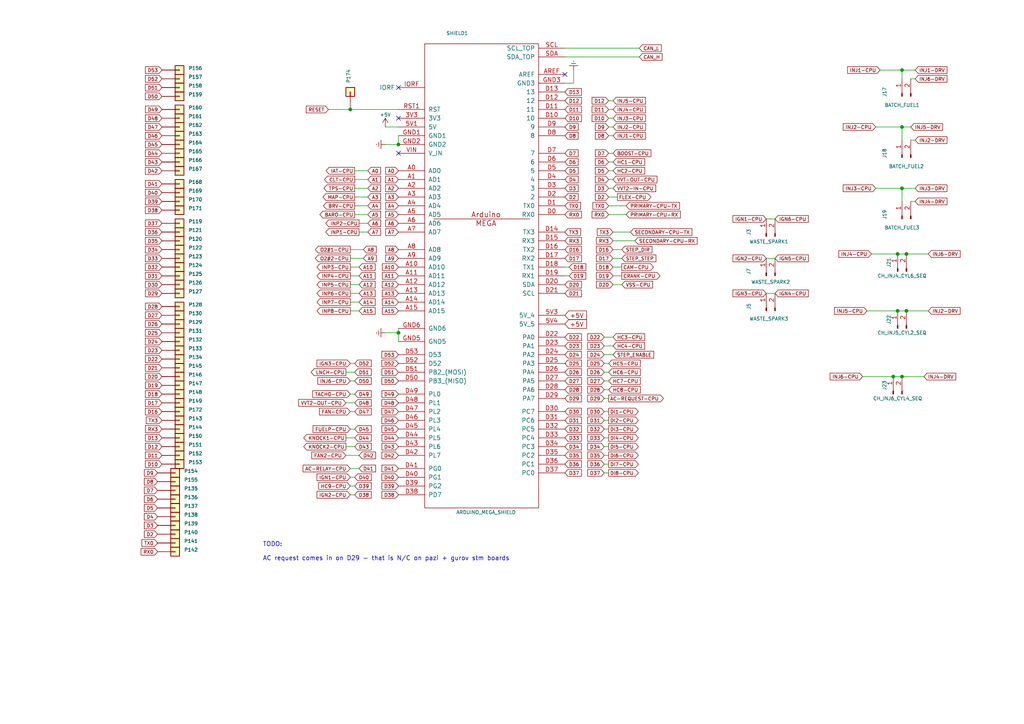
<source format=kicad_sch>
(kicad_sch (version 20231120) (generator "eeschema") (generator_version "8.0")
  (paper "A4")
  (junction (at 262.89 73.66))
  (junction (at 260.35 73.66))
  (junction (at 115.57 96.52))
  (junction (at 261.62 54.61))
  (junction (at 101.6 31.75))
  (junction (at 261.62 36.83))
  (junction (at 115.57 41.91))
  (junction (at 259.08 109.22))
  (junction (at 261.62 109.22))
  (junction (at 261.62 20.32))
  (junction (at 262.89 90.17))
  (junction (at 260.35 90.17))
  (no_connect (at 115.57 44.45))
  (no_connect (at 163.83 21.59))
  (no_connect (at 115.57 25.4))
  (no_connect (at 115.57 34.29))
  (wire (pts (xy 95.25 31.75) (xy 101.6 31.75)))
  (wire (pts (xy 102.87 59.69) (xy 106.68 59.69)))
  (wire (pts (xy 163.83 13.97) (xy 185.42 13.97)))
  (wire (pts (xy 100.33 132.08) (xy 104.14 132.08)))
  (wire (pts (xy 254 36.83) (xy 261.62 36.83)))
  (wire (pts (xy 180.34 74.93) (xy 177.8 74.93)))
  (wire (pts (xy 106.68 67.31) (xy 104.14 67.31)))
  (wire (pts (xy 180.34 77.47) (xy 177.8 77.47)))
  (wire (pts (xy 102.87 54.61) (xy 106.68 54.61)))
  (wire (pts (xy 176.53 62.23) (xy 181.61 62.23)))
  (wire (pts (xy 261.62 109.22) (xy 267.97 109.22)))
  (wire (pts (xy 115.57 95.25) (xy 115.57 96.52)))
  (wire (pts (xy 115.57 41.91) (xy 111.76 41.91)))
  (wire (pts (xy 222.25 85.09) (xy 224.79 85.09)))
  (wire (pts (xy 261.62 20.32) (xy 265.43 20.32)))
  (wire (pts (xy 100.33 116.84) (xy 102.87 116.84)))
  (wire (pts (xy 261.62 54.61) (xy 261.62 58.42)))
  (wire (pts (xy 261.62 36.83) (xy 261.62 40.64)))
  (wire (pts (xy 175.26 100.33) (xy 177.8 100.33)))
  (wire (pts (xy 101.6 105.41) (xy 102.87 105.41)))
  (wire (pts (xy 106.68 64.77) (xy 104.14 64.77)))
  (wire (pts (xy 261.62 36.83) (xy 264.16 36.83)))
  (wire (pts (xy 177.8 44.45) (xy 176.53 44.45)))
  (wire (pts (xy 101.6 31.75) (xy 115.57 31.75)))
  (wire (pts (xy 176.53 129.54) (xy 175.26 129.54)))
  (wire (pts (xy 176.53 115.57) (xy 175.26 115.57)))
  (wire (pts (xy 101.6 72.39) (xy 105.41 72.39)))
  (wire (pts (xy 176.53 119.38) (xy 175.26 119.38)))
  (wire (pts (xy 176.53 127) (xy 175.26 127)))
  (wire (pts (xy 100.33 127) (xy 102.87 127)))
  (wire (pts (xy 166.37 24.13) (xy 166.37 20.32)))
  (wire (pts (xy 104.14 77.47) (xy 101.6 77.47)))
  (wire (pts (xy 255.27 20.32) (xy 261.62 20.32)))
  (wire (pts (xy 222.25 74.93) (xy 224.79 74.93)))
  (wire (pts (xy 179.07 57.15) (xy 176.53 57.15)))
  (wire (pts (xy 102.87 57.15) (xy 106.68 57.15)))
  (wire (pts (xy 254 54.61) (xy 261.62 54.61)))
  (wire (pts (xy 262.89 90.17) (xy 269.24 90.17)))
  (wire (pts (xy 177.8 102.87) (xy 175.26 102.87)))
  (wire (pts (xy 251.46 90.17) (xy 260.35 90.17)))
  (wire (pts (xy 102.87 107.95) (xy 100.33 107.95)))
  (wire (pts (xy 175.26 105.41) (xy 176.53 105.41)))
  (wire (pts (xy 180.34 72.39) (xy 177.8 72.39)))
  (wire (pts (xy 182.88 67.31) (xy 177.8 67.31)))
  (wire (pts (xy 177.8 39.37) (xy 176.53 39.37)))
  (wire (pts (xy 100.33 129.54) (xy 102.87 129.54)))
  (wire (pts (xy 104.14 90.17) (xy 101.6 90.17)))
  (wire (pts (xy 163.83 24.13) (xy 166.37 24.13)))
  (wire (pts (xy 176.53 134.62) (xy 175.26 134.62)))
  (wire (pts (xy 163.83 16.51) (xy 185.42 16.51)))
  (wire (pts (xy 104.14 80.01) (xy 101.6 80.01)))
  (wire (pts (xy 163.83 77.47) (xy 165.1 77.47)))
  (wire (pts (xy 104.14 82.55) (xy 101.6 82.55)))
  (wire (pts (xy 101.6 143.51) (xy 102.87 143.51)))
  (wire (pts (xy 176.53 46.99) (xy 177.8 46.99)))
  (wire (pts (xy 176.53 52.07) (xy 177.8 52.07)))
  (wire (pts (xy 259.08 109.22) (xy 261.62 109.22)))
  (wire (pts (xy 264.16 22.86) (xy 265.43 22.86)))
  (wire (pts (xy 104.14 135.89) (xy 101.6 135.89)))
  (wire (pts (xy 175.26 110.49) (xy 176.53 110.49)))
  (wire (pts (xy 176.53 121.92) (xy 175.26 121.92)))
  (wire (pts (xy 176.53 137.16) (xy 175.26 137.16)))
  (wire (pts (xy 101.6 114.3) (xy 102.87 114.3)))
  (wire (pts (xy 180.34 82.55) (xy 177.8 82.55)))
  (wire (pts (xy 111.76 36.83) (xy 115.57 36.83)))
  (wire (pts (xy 165.1 80.01) (xy 163.83 80.01)))
  (wire (pts (xy 102.87 49.53) (xy 106.68 49.53)))
  (wire (pts (xy 101.6 74.93) (xy 105.41 74.93)))
  (wire (pts (xy 102.87 62.23) (xy 106.68 62.23)))
  (wire (pts (xy 102.87 52.07) (xy 106.68 52.07)))
  (wire (pts (xy 115.57 99.06) (xy 115.57 96.52)))
  (wire (pts (xy 175.26 113.03) (xy 176.53 113.03)))
  (wire (pts (xy 101.6 124.46) (xy 102.87 124.46)))
  (wire (pts (xy 250.19 109.22) (xy 259.08 109.22)))
  (wire (pts (xy 176.53 49.53) (xy 177.8 49.53)))
  (wire (pts (xy 101.6 138.43) (xy 102.87 138.43)))
  (wire (pts (xy 252.73 73.66) (xy 260.35 73.66)))
  (wire (pts (xy 177.8 34.29) (xy 176.53 34.29)))
  (wire (pts (xy 115.57 39.37) (xy 115.57 41.91)))
  (wire (pts (xy 104.14 87.63) (xy 101.6 87.63)))
  (wire (pts (xy 261.62 20.32) (xy 261.62 22.86)))
  (wire (pts (xy 261.62 54.61) (xy 265.43 54.61)))
  (wire (pts (xy 262.89 73.66) (xy 269.24 73.66)))
  (wire (pts (xy 177.8 54.61) (xy 176.53 54.61)))
  (wire (pts (xy 176.53 59.69) (xy 181.61 59.69)))
  (wire (pts (xy 260.35 90.17) (xy 262.89 90.17)))
  (wire (pts (xy 176.53 132.08) (xy 175.26 132.08)))
  (wire (pts (xy 180.34 80.01) (xy 177.8 80.01)))
  (wire (pts (xy 104.14 85.09) (xy 101.6 85.09)))
  (wire (pts (xy 102.87 140.97) (xy 101.6 140.97)))
  (wire (pts (xy 101.6 110.49) (xy 102.87 110.49)))
  (wire (pts (xy 177.8 69.85) (xy 184.15 69.85)))
  (wire (pts (xy 264.16 58.42) (xy 265.43 58.42)))
  (wire (pts (xy 175.26 107.95) (xy 176.53 107.95)))
  (wire (pts (xy 115.57 96.52) (xy 111.76 96.52)))
  (wire (pts (xy 264.16 40.64) (xy 265.43 40.64)))
  (wire (pts (xy 177.8 31.75) (xy 176.53 31.75)))
  (wire (pts (xy 177.8 36.83) (xy 176.53 36.83)))
  (wire (pts (xy 101.6 119.38) (xy 102.87 119.38)))
  (wire (pts (xy 177.8 29.21) (xy 176.53 29.21)))
  (wire (pts (xy 176.53 124.46) (xy 175.26 124.46)))
  (wire (pts (xy 175.26 97.79) (xy 177.8 97.79)))
  (wire (pts (xy 222.25 63.5) (xy 224.79 63.5)))
  (wire (pts (xy 260.35 73.66) (xy 262.89 73.66)))
  (text "TODO:\n\nAC request comes in on D29 - that is N/C on pazi + gurov stm boards" (at 76.2 160.02 0) (effects (font (size 1.27 1.27)) (justify left)))
  (global_label "INJ6-CPU" (shape input) (at 101.6 110.49 180) (effects (font (size 1 1))) (property "Intersheetrefs" "${INTERSHEET_REFS}" (effects (hide yes))))
  (global_label "D33" (shape input) (at 175.26 127 180) (effects (font (size 1 1))) (property "Intersheetrefs" "${INTERSHEET_REFS}" (effects (hide yes))))
  (global_label "A0" (shape input) (at 106.68 49.53 0) (effects (font (size 1 1))) (property "Intersheetrefs" "${INTERSHEET_REFS}" (effects (hide yes))))
  (global_label "D20" (shape input) (at 163.83 82.55 0) (effects (font (size 1 1))) (property "Intersheetrefs" "${INTERSHEET_REFS}" (effects (hide yes))))
  (global_label "INP3-CPU" (shape output) (at 101.6 77.47 180) (effects (font (size 1 1))) (property "Intersheetrefs" "${INTERSHEET_REFS}" (effects (hide yes))))
  (global_label "O2#1-CPU" (shape output) (at 101.6 72.39 180) (effects (font (size 1 1))) (property "Intersheetrefs" "${INTERSHEET_REFS}" (effects (hide yes))))
  (global_label "D22" (shape input) (at 46.99 104.14 180) (effects (font (size 1 1))) (property "Intersheetrefs" "${INTERSHEET_REFS}" (effects (hide yes))))
  (global_label "D8" (shape input) (at 163.83 39.37 0) (effects (font (size 1 1))) (property "Intersheetrefs" "${INTERSHEET_REFS}" (effects (hide yes))))
  (global_label "D33" (shape input) (at 163.83 127 0) (effects (font (size 1 1))) (property "Intersheetrefs" "${INTERSHEET_REFS}" (effects (hide yes))))
  (global_label "IAT-CPU" (shape output) (at 102.87 49.53 180) (effects (font (size 1 1))) (property "Intersheetrefs" "${INTERSHEET_REFS}" (effects (hide yes))))
  (global_label "INJ1-DRV" (shape input) (at 265.43 20.32 0) (effects (font (size 1 1))) (property "Intersheetrefs" "${INTERSHEET_REFS}" (effects (hide yes))))
  (global_label "INJ6-CPU" (shape input) (at 250.19 109.22 180) (effects (font (size 1 1))) (property "Intersheetrefs" "${INTERSHEET_REFS}" (effects (hide yes))))
  (global_label "D2" (shape input) (at 45.72 154.94 180) (effects (font (size 1 1))) (property "Intersheetrefs" "${INTERSHEET_REFS}" (effects (hide yes))))
  (global_label "DI6-CPU" (shape output) (at 176.53 132.08 0) (effects (font (size 1 1))) (property "Intersheetrefs" "${INTERSHEET_REFS}" (effects (hide yes))))
  (global_label "INJ2-DRV" (shape input) (at 269.24 90.17 0) (effects (font (size 1 1))) (property "Intersheetrefs" "${INTERSHEET_REFS}" (effects (hide yes))))
  (global_label "CLT-CPU" (shape output) (at 102.87 52.07 180) (effects (font (size 1 1))) (property "Intersheetrefs" "${INTERSHEET_REFS}" (effects (hide yes))))
  (global_label "A5" (shape input) (at 106.68 62.23 0) (effects (font (size 1 1))) (property "Intersheetrefs" "${INTERSHEET_REFS}" (effects (hide yes))))
  (global_label "D4" (shape input) (at 163.83 52.07 0) (effects (font (size 1 1))) (property "Intersheetrefs" "${INTERSHEET_REFS}" (effects (hide yes))))
  (global_label "D53" (shape input) (at 46.99 20.32 180) (effects (font (size 1 1))) (property "Intersheetrefs" "${INTERSHEET_REFS}" (effects (hide yes))))
  (global_label "D9" (shape input) (at 176.53 36.83 180) (effects (font (size 1 1))) (property "Intersheetrefs" "${INTERSHEET_REFS}" (effects (hide yes))))
  (global_label "D43" (shape input) (at 102.87 129.54 0) (effects (font (size 1 1))) (property "Intersheetrefs" "${INTERSHEET_REFS}" (effects (hide yes))))
  (global_label "D26" (shape input) (at 163.83 107.95 0) (effects (font (size 1 1))) (property "Intersheetrefs" "${INTERSHEET_REFS}" (effects (hide yes))))
  (global_label "D25" (shape input) (at 163.83 105.41 0) (effects (font (size 1 1))) (property "Intersheetrefs" "${INTERSHEET_REFS}" (effects (hide yes))))
  (global_label "D27" (shape input) (at 163.83 110.49 0) (effects (font (size 1 1))) (property "Intersheetrefs" "${INTERSHEET_REFS}" (effects (hide yes))))
  (global_label "D36" (shape input) (at 175.26 134.62 180) (effects (font (size 1 1))) (property "Intersheetrefs" "${INTERSHEET_REFS}" (effects (hide yes))))
  (global_label "VVT2-OUT-CPU" (shape input) (at 100.33 116.84 180) (effects (font (size 1 1))) (property "Intersheetrefs" "${INTERSHEET_REFS}" (effects (hide yes))))
  (global_label "D22" (shape input) (at 175.26 97.79 180) (effects (font (size 1 1))) (property "Intersheetrefs" "${INTERSHEET_REFS}" (effects (hide yes))))
  (global_label "CAN_L" (shape input) (at 185.42 13.97 0) (effects (font (size 1 1))) (property "Intersheetrefs" "${INTERSHEET_REFS}" (effects (hide yes))))
  (global_label "D42" (shape input) (at 46.99 49.53 180) (effects (font (size 1 1))) (property "Intersheetrefs" "${INTERSHEET_REFS}" (effects (hide yes))))
  (global_label "D38" (shape input) (at 46.99 60.96 180) (effects (font (size 1 1))) (property "Intersheetrefs" "${INTERSHEET_REFS}" (effects (hide yes))))
  (global_label "D37" (shape input) (at 163.83 137.16 0) (effects (font (size 1 1))) (property "Intersheetrefs" "${INTERSHEET_REFS}" (effects (hide yes))))
  (global_label "DI8-CPU" (shape output) (at 176.53 137.16 0) (effects (font (size 1 1))) (property "Intersheetrefs" "${INTERSHEET_REFS}" (effects (hide yes))))
  (global_label "D35" (shape input) (at 175.26 132.08 180) (effects (font (size 1 1))) (property "Intersheetrefs" "${INTERSHEET_REFS}" (effects (hide yes))))
  (global_label "INJ3-CPU" (shape input) (at 254 54.61 180) (effects (font (size 1 1))) (property "Intersheetrefs" "${INTERSHEET_REFS}" (effects (hide yes))))
  (global_label "HC2-CPU" (shape input) (at 177.8 49.53 0) (effects (font (size 1 1))) (property "Intersheetrefs" "${INTERSHEET_REFS}" (effects (hide yes))))
  (global_label "D34" (shape input) (at 163.83 129.54 0) (effects (font (size 1 1))) (property "Intersheetrefs" "${INTERSHEET_REFS}" (effects (hide yes))))
  (global_label "D31" (shape input) (at 175.26 121.92 180) (effects (font (size 1 1))) (property "Intersheetrefs" "${INTERSHEET_REFS}" (effects (hide yes))))
  (global_label "A4" (shape input) (at 115.57 59.69 180) (effects (font (size 1 1))) (property "Intersheetrefs" "${INTERSHEET_REFS}" (effects (hide yes))))
  (global_label "CAN_H" (shape input) (at 185.42 16.51 0) (effects (font (size 1 1))) (property "Intersheetrefs" "${INTERSHEET_REFS}" (effects (hide yes))))
  (global_label "D44" (shape input) (at 46.99 44.45 180) (effects (font (size 1 1))) (property "Intersheetrefs" "${INTERSHEET_REFS}" (effects (hide yes))))
  (global_label "D18" (shape input) (at 177.8 77.47 180) (effects (font (size 1 1))) (property "Intersheetrefs" "${INTERSHEET_REFS}" (effects (hide yes))))
  (global_label "D11" (shape input) (at 163.83 31.75 0) (effects (font (size 1 1))) (property "Intersheetrefs" "${INTERSHEET_REFS}" (effects (hide yes))))
  (global_label "PRIMARY-CPU-RX" (shape input) (at 181.61 62.23 0) (effects (font (size 1 1))) (property "Intersheetrefs" "${INTERSHEET_REFS}" (effects (hide yes))))
  (global_label "A9" (shape input) (at 105.41 74.93 0) (effects (font (size 1 1))) (property "Intersheetrefs" "${INTERSHEET_REFS}" (effects (hide yes))))
  (global_label "D13" (shape input) (at 163.83 26.67 0) (effects (font (size 1 1))) (property "Intersheetrefs" "${INTERSHEET_REFS}" (effects (hide yes))))
  (global_label "INJ6-DRV" (shape input) (at 265.43 22.86 0) (effects (font (size 1 1))) (property "Intersheetrefs" "${INTERSHEET_REFS}" (effects (hide yes))))
  (global_label "D8" (shape input) (at 45.72 139.7 180) (effects (font (size 1 1))) (property "Intersheetrefs" "${INTERSHEET_REFS}" (effects (hide yes))))
  (global_label "D43" (shape input) (at 46.99 46.99 180) (effects (font (size 1 1))) (property "Intersheetrefs" "${INTERSHEET_REFS}" (effects (hide yes))))
  (global_label "D49" (shape input) (at 115.57 114.3 180) (effects (font (size 1 1))) (property "Intersheetrefs" "${INTERSHEET_REFS}" (effects (hide yes))))
  (global_label "D35" (shape input) (at 163.83 132.08 0) (effects (font (size 1 1))) (property "Intersheetrefs" "${INTERSHEET_REFS}" (effects (hide yes))))
  (global_label "D16" (shape input) (at 163.83 72.39 0) (effects (font (size 1 1))) (property "Intersheetrefs" "${INTERSHEET_REFS}" (effects (hide yes))))
  (global_label "D34" (shape input) (at 46.99 72.39 180) (effects (font (size 1 1))) (property "Intersheetrefs" "${INTERSHEET_REFS}" (effects (hide yes))))
  (global_label "D16" (shape input) (at 177.8 72.39 180) (effects (font (size 1 1))) (property "Intersheetrefs" "${INTERSHEET_REFS}" (effects (hide yes))))
  (global_label "D26" (shape input) (at 175.26 107.95 180) (effects (font (size 1 1))) (property "Intersheetrefs" "${INTERSHEET_REFS}" (effects (hide yes))))
  (global_label "D46" (shape input) (at 115.57 121.92 180) (effects (font (size 1 1))) (property "Intersheetrefs" "${INTERSHEET_REFS}" (effects (hide yes))))
  (global_label "+5V" (shape input) (at 163.83 93.98 0) (property "Intersheetrefs" "${INTERSHEET_REFS}" (effects (hide yes))))
  (global_label "D52" (shape input) (at 115.57 105.41 180) (effects (font (size 1 1))) (property "Intersheetrefs" "${INTERSHEET_REFS}" (effects (hide yes))))
  (global_label "D12" (shape input) (at 46.99 129.54 180) (effects (font (size 1 1))) (property "Intersheetrefs" "${INTERSHEET_REFS}" (effects (hide yes))))
  (global_label "BARO-CPU" (shape output) (at 102.87 62.23 180) (effects (font (size 1 1))) (property "Intersheetrefs" "${INTERSHEET_REFS}" (effects (hide yes))))
  (global_label "A7" (shape input) (at 115.57 67.31 180) (effects (font (size 1 1))) (property "Intersheetrefs" "${INTERSHEET_REFS}" (effects (hide yes))))
  (global_label "D12" (shape input) (at 176.53 29.21 180) (effects (font (size 1 1))) (property "Intersheetrefs" "${INTERSHEET_REFS}" (effects (hide yes))))
  (global_label "FAN-CPU" (shape input) (at 101.6 119.38 180) (effects (font (size 1 1))) (property "Intersheetrefs" "${INTERSHEET_REFS}" (effects (hide yes))))
  (global_label "INJ3-DRV" (shape input) (at 265.43 54.61 0) (effects (font (size 1 1))) (property "Intersheetrefs" "${INTERSHEET_REFS}" (effects (hide yes))))
  (global_label "O2#2-CPU" (shape output) (at 101.6 74.93 180) (effects (font (size 1 1))) (property "Intersheetrefs" "${INTERSHEET_REFS}" (effects (hide yes))))
  (global_label "+5V" (shape input) (at 163.83 91.44 0) (property "Intersheetrefs" "${INTERSHEET_REFS}" (effects (hide yes))))
  (global_label "D6" (shape input) (at 163.83 46.99 0) (effects (font (size 1 1))) (property "Intersheetrefs" "${INTERSHEET_REFS}" (effects (hide yes))))
  (global_label "A4" (shape input) (at 106.68 59.69 0) (effects (font (size 1 1))) (property "Intersheetrefs" "${INTERSHEET_REFS}" (effects (hide yes))))
  (global_label "INJ4-CPU" (shape input) (at 177.8 31.75 0) (effects (font (size 1 1))) (property "Intersheetrefs" "${INTERSHEET_REFS}" (effects (hide yes))))
  (global_label "TPS-CPU" (shape output) (at 102.87 54.61 180) (effects (font (size 1 1))) (property "Intersheetrefs" "${INTERSHEET_REFS}" (effects (hide yes))))
  (global_label "A11" (shape input) (at 104.14 80.01 0) (effects (font (size 1 1))) (property "Intersheetrefs" "${INTERSHEET_REFS}" (effects (hide yes))))
  (global_label "A14" (shape input) (at 104.14 87.63 0) (effects (font (size 1 1))) (property "Intersheetrefs" "${INTERSHEET_REFS}" (effects (hide yes))))
  (global_label "D32" (shape input) (at 175.26 124.46 180) (effects (font (size 1 1))) (property "Intersheetrefs" "${INTERSHEET_REFS}" (effects (hide yes))))
  (global_label "D13" (shape input) (at 46.99 127 180) (effects (font (size 1 1))) (property "Intersheetrefs" "${INTERSHEET_REFS}" (effects (hide yes))))
  (global_label "VVT-OUT-CPU" (shape input) (at 177.8 52.07 0) (effects (font (size 1 1))) (property "Intersheetrefs" "${INTERSHEET_REFS}" (effects (hide yes))))
  (global_label "TX0" (shape input) (at 45.72 157.48 180) (effects (font (size 1 1))) (property "Intersheetrefs" "${INTERSHEET_REFS}" (effects (hide yes))))
  (global_label "AC-RELAY-CPU" (shape input) (at 101.6 135.89 180) (effects (font (size 1 1))) (property "Intersheetrefs" "${INTERSHEET_REFS}" (effects (hide yes))))
  (global_label "D18" (shape input) (at 46.99 114.3 180) (effects (font (size 1 1))) (property "Intersheetrefs" "${INTERSHEET_REFS}" (effects (hide yes))))
  (global_label "D29" (shape input) (at 175.26 115.57 180) (effects (font (size 1 1))) (property "Intersheetrefs" "${INTERSHEET_REFS}" (effects (hide yes))))
  (global_label "RESET" (shape input) (at 95.25 31.75 180) (effects (font (size 1 1))) (property "Intersheetrefs" "${INTERSHEET_REFS}" (effects (hide yes))))
  (global_label "PRIMARY-CPU-TX" (shape input) (at 181.61 59.69 0) (effects (font (size 1 1))) (property "Intersheetrefs" "${INTERSHEET_REFS}" (effects (hide yes))))
  (global_label "D20" (shape input) (at 177.8 82.55 180) (effects (font (size 1 1))) (property "Intersheetrefs" "${INTERSHEET_REFS}" (effects (hide yes))))
  (global_label "A6" (shape input) (at 106.68 64.77 0) (effects (font (size 1 1))) (property "Intersheetrefs" "${INTERSHEET_REFS}" (effects (hide yes))))
  (global_label "A5" (shape input) (at 115.57 62.23 180) (effects (font (size 1 1))) (property "Intersheetrefs" "${INTERSHEET_REFS}" (effects (hide yes))))
  (global_label "D44" (shape input) (at 102.87 127 0) (effects (font (size 1 1))) (property "Intersheetrefs" "${INTERSHEET_REFS}" (effects (hide yes))))
  (global_label "D30" (shape input) (at 46.99 82.55 180) (effects (font (size 1 1))) (property "Intersheetrefs" "${INTERSHEET_REFS}" (effects (hide yes))))
  (global_label "D28" (shape input) (at 175.26 113.03 180) (effects (font (size 1 1))) (property "Intersheetrefs" "${INTERSHEET_REFS}" (effects (hide yes))))
  (global_label "D40" (shape input) (at 46.99 55.88 180) (effects (font (size 1 1))) (property "Intersheetrefs" "${INTERSHEET_REFS}" (effects (hide yes))))
  (global_label "A2" (shape input) (at 106.68 54.61 0) (effects (font (size 1 1))) (property "Intersheetrefs" "${INTERSHEET_REFS}" (effects (hide yes))))
  (global_label "A6" (shape input) (at 115.57 64.77 180) (effects (font (size 1 1))) (property "Intersheetrefs" "${INTERSHEET_REFS}" (effects (hide yes))))
  (global_label "D48" (shape input) (at 46.99 34.29 180) (effects (font (size 1 1))) (property "Intersheetrefs" "${INTERSHEET_REFS}" (effects (hide yes))))
  (global_label "RX0" (shape input) (at 176.53 62.23 180) (effects (font (size 1 1))) (property "Intersheetrefs" "${INTERSHEET_REFS}" (effects (hide yes))))
  (global_label "FAN2-CPU" (shape input) (at 100.33 132.08 180) (effects (font (size 1 1))) (property "Intersheetrefs" "${INTERSHEET_REFS}" (effects (hide yes))))
  (global_label "INJ5-CPU" (shape input) (at 177.8 29.21 0) (effects (font (size 1 1))) (property "Intersheetrefs" "${INTERSHEET_REFS}" (effects (hide yes))))
  (global_label "D9" (shape input) (at 163.83 36.83 0) (effects (font (size 1 1))) (property "Intersheetrefs" "${INTERSHEET_REFS}" (effects (hide yes))))
  (global_label "D37" (shape input) (at 46.99 64.77 180) (effects (font (size 1 1))) (property "Intersheetrefs" "${INTERSHEET_REFS}" (effects (hide yes))))
  (global_label "D4" (shape input) (at 176.53 52.07 180) (effects (font (size 1 1))) (property "Intersheetrefs" "${INTERSHEET_REFS}" (effects (hide yes))))
  (global_label "D53" (shape input) (at 115.57 102.87 180) (effects (font (size 1 1))) (property "Intersheetrefs" "${INTERSHEET_REFS}" (effects (hide yes))))
  (global_label "D7" (shape input) (at 45.72 142.24 180) (effects (font (size 1 1))) (property "Intersheetrefs" "${INTERSHEET_REFS}" (effects (hide yes))))
  (global_label "D12" (shape input) (at 163.83 29.21 0) (effects (font (size 1 1))) (property "Intersheetrefs" "${INTERSHEET_REFS}" (effects (hide yes))))
  (global_label "A0" (shape input) (at 115.57 49.53 180) (effects (font (size 1 1))) (property "Intersheetrefs" "${INTERSHEET_REFS}" (effects (hide yes))))
  (global_label "D27" (shape input) (at 175.26 110.49 180) (effects (font (size 1 1))) (property "Intersheetrefs" "${INTERSHEET_REFS}" (effects (hide yes))))
  (global_label "D51" (shape input) (at 46.99 25.4 180) (effects (font (size 1 1))) (property "Intersheetrefs" "${INTERSHEET_REFS}" (effects (hide yes))))
  (global_label "DI3-CPU" (shape output) (at 176.53 124.46 0) (effects (font (size 1 1))) (property "Intersheetrefs" "${INTERSHEET_REFS}" (effects (hide yes))))
  (global_label "D5" (shape input) (at 163.83 49.53 0) (effects (font (size 1 1))) (property "Intersheetrefs" "${INTERSHEET_REFS}" (effects (hide yes))))
  (global_label "D16" (shape input) (at 46.99 119.38 180) (effects (font (size 1 1))) (property "Intersheetrefs" "${INTERSHEET_REFS}" (effects (hide yes))))
  (global_label "D17" (shape input) (at 177.8 74.93 180) (effects (font (size 1 1))) (property "Intersheetrefs" "${INTERSHEET_REFS}" (effects (hide yes))))
  (global_label "D39" (shape input) (at 115.57 140.97 180) (effects (font (size 1 1))) (property "Intersheetrefs" "${INTERSHEET_REFS}" (effects (hide yes))))
  (global_label "HC5-CPU" (shape input) (at 176.53 105.41 0) (effects (font (size 1 1))) (property "Intersheetrefs" "${INTERSHEET_REFS}" (effects (hide yes))))
  (global_label "LNCH-CPU" (shape output) (at 100.33 107.95 180) (effects (font (size 1 1))) (property "Intersheetrefs" "${INTERSHEET_REFS}" (effects (hide yes))))
  (global_label "A12" (shape input) (at 115.57 82.55 180) (effects (font (size 1 1))) (property "Intersheetrefs" "${INTERSHEET_REFS}" (effects (hide yes))))
  (global_label "TX3" (shape input) (at 163.83 67.31 0) (effects (font (size 1 1))) (property "Intersheetrefs" "${INTERSHEET_REFS}" (effects (hide yes))))
  (global_label "D46" (shape input) (at 46.99 39.37 180) (effects (font (size 1 1))) (property "Intersheetrefs" "${INTERSHEET_REFS}" (effects (hide yes))))
  (global_label "RX3" (shape input) (at 46.99 124.46 180) (effects (font (size 1 1))) (property "Intersheetrefs" "${INTERSHEET_REFS}" (effects (hide yes))))
  (global_label "D24" (shape input) (at 46.99 99.06 180) (effects (font (size 1 1))) (property "Intersheetrefs" "${INTERSHEET_REFS}" (effects (hide yes))))
  (global_label "FLEX-CPU" (shape output) (at 179.07 57.15 0) (effects (font (size 1 1))) (property "Intersheetrefs" "${INTERSHEET_REFS}" (effects (hide yes))))
  (global_label "D21" (shape input) (at 46.99 106.68 180) (effects (font (size 1 1))) (property "Intersheetrefs" "${INTERSHEET_REFS}" (effects (hide yes))))
  (global_label "D42" (shape input) (at 115.57 132.08 180) (effects (font (size 1 1))) (property "Intersheetrefs" "${INTERSHEET_REFS}" (effects (hide yes))))
  (global_label "D24" (shape input) (at 163.83 102.87 0) (effects (font (size 1 1))) (property "Intersheetrefs" "${INTERSHEET_REFS}" (effects (hide yes))))
  (global_label "D38" (shape input) (at 115.57 143.51 180) (effects (font (size 1 1))) (property "Intersheetrefs" "${INTERSHEET_REFS}" (effects (hide yes))))
  (global_label "D20" (shape input) (at 46.99 109.22 180) (effects (font (size 1 1))) (property "Intersheetrefs" "${INTERSHEET_REFS}" (effects (hide yes))))
  (global_label "BOOST-CPU" (shape input) (at 177.8 44.45 0) (effects (font (size 1 1))) (property "Intersheetrefs" "${INTERSHEET_REFS}" (effects (hide yes))))
  (global_label "D3" (shape input) (at 163.83 54.61 0) (effects (font (size 1 1))) (property "Intersheetrefs" "${INTERSHEET_REFS}" (effects (hide yes))))
  (global_label "INP6-CPU" (shape output) (at 101.6 85.09 180) (effects (font (size 1 1))) (property "Intersheetrefs" "${INTERSHEET_REFS}" (effects (hide yes))))
  (global_label "D21" (shape input) (at 163.83 85.09 0) (effects (font (size 1 1))) (property "Intersheetrefs" "${INTERSHEET_REFS}" (effects (hide yes))))
  (global_label "D41" (shape input) (at 46.99 53.34 180) (effects (font (size 1 1))) (property "Intersheetrefs" "${INTERSHEET_REFS}" (effects (hide yes))))
  (global_label "IGN4-CPU" (shape input) (at 224.79 85.09 0) (effects (font (size 1 1))) (property "Intersheetrefs" "${INTERSHEET_REFS}" (effects (hide yes))))
  (global_label "IGN1-CPU" (shape input) (at 222.25 63.5 180) (effects (font (size 1 1))) (property "Intersheetrefs" "${INTERSHEET_REFS}" (effects (hide yes))))
  (global_label "IGN3-CPU" (shape input) (at 222.25 85.09 180) (effects (font (size 1 1))) (property "Intersheetrefs" "${INTERSHEET_REFS}" (effects (hide yes))))
  (global_label "D25" (shape input) (at 46.99 96.52 180) (effects (font (size 1 1))) (property "Intersheetrefs" "${INTERSHEET_REFS}" (effects (hide yes))))
  (global_label "VVT2-IN-CPU" (shape input) (at 177.8 54.61 0) (effects (font (size 1 1))) (property "Intersheetrefs" "${INTERSHEET_REFS}" (effects (hide yes))))
  (global_label "INJ1-CPU" (shape input) (at 255.27 20.32 180) (effects (font (size 1 1))) (property "Intersheetrefs" "${INTERSHEET_REFS}" (effects (hide yes))))
  (global_label "D9" (shape input) (at 45.72 137.16 180) (effects (font (size 1 1))) (property "Intersheetrefs" "${INTERSHEET_REFS}" (effects (hide yes))))
  (global_label "BRV-CPU" (shape output) (at 102.87 59.69 180) (effects (font (size 1 1))) (property "Intersheetrefs" "${INTERSHEET_REFS}" (effects (hide yes))))
  (global_label "INJ5-CPU" (shape input) (at 251.46 90.17 180) (effects (font (size 1 1))) (property "Intersheetrefs" "${INTERSHEET_REFS}" (effects (hide yes))))
  (global_label "D3" (shape input) (at 45.72 152.4 180) (effects (font (size 1 1))) (property "Intersheetrefs" "${INTERSHEET_REFS}" (effects (hide yes))))
  (global_label "D7" (shape input) (at 163.83 44.45 0) (effects (font (size 1 1))) (property "Intersheetrefs" "${INTERSHEET_REFS}" (effects (hide yes))))
  (global_label "D3" (shape input) (at 176.53 54.61 180) (effects (font (size 1 1))) (property "Intersheetrefs" "${INTERSHEET_REFS}" (effects (hide yes))))
  (global_label "D32" (shape input) (at 46.99 77.47 180) (effects (font (size 1 1))) (property "Intersheetrefs" "${INTERSHEET_REFS}" (effects (hide yes))))
  (global_label "DI1-CPU" (shape output) (at 176.53 119.38 0) (effects (font (size 1 1))) (property "Intersheetrefs" "${INTERSHEET_REFS}" (effects (hide yes))))
  (global_label "INJ2-CPU" (shape input) (at 254 36.83 180) (effects (font (size 1 1))) (property "Intersheetrefs" "${INTERSHEET_REFS}" (effects (hide yes))))
  (global_label "HC8-CPU" (shape input) (at 176.53 113.03 0) (effects (font (size 1 1))) (property "Intersheetrefs" "${INTERSHEET_REFS}" (effects (hide yes))))
  (global_label "INJ4-DRV" (shape input) (at 265.43 58.42 0) (effects (font (size 1 1))) (property "Intersheetrefs" "${INTERSHEET_REFS}" (effects (hide yes))))
  (global_label "INJ1-CPU" (shape input) (at 177.8 39.37 0) (effects (font (size 1 1))) (property "Intersheetrefs" "${INTERSHEET_REFS}" (effects (hide yes))))
  (global_label "KNOCK1-CPU" (shape output) (at 100.33 127 180) (effects (font (size 1 1))) (property "Intersheetrefs" "${INTERSHEET_REFS}" (effects (hide yes))))
  (global_label "D38" (shape input) (at 102.87 143.51 0) (effects (font (size 1 1))) (property "Intersheetrefs" "${INTERSHEET_REFS}" (effects (hide yes))))
  (global_label "D39" (shape input) (at 46.99 58.42 180) (effects (font (size 1 1))) (property "Intersheetrefs" "${INTERSHEET_REFS}" (effects (hide yes))))
  (global_label "VSS-CPU" (shape input) (at 180.34 82.55 0) (effects (font (size 1 1))) (property "Intersheetrefs" "${INTERSHEET_REFS}" (effects (hide yes))))
  (global_label "D52" (shape input) (at 102.87 105.41 0) (effects (font (size 1 1))) (property "Intersheetrefs" "${INTERSHEET_REFS}" (effects (hide yes))))
  (global_label "D28" (shape input) (at 163.83 113.03 0) (effects (font (size 1 1))) (property "Intersheetrefs" "${INTERSHEET_REFS}" (effects (hide yes))))
  (global_label "HC7-CPU" (shape input) (at 176.53 110.49 0) (effects (font (size 1 1))) (property "Intersheetrefs" "${INTERSHEET_REFS}" (effects (hide yes))))
  (global_label "D6" (shape input) (at 45.72 144.78 180) (effects (font (size 1 1))) (property "Intersheetrefs" "${INTERSHEET_REFS}" (effects (hide yes))))
  (global_label "D45" (shape input) (at 46.99 41.91 180) (effects (font (size 1 1))) (property "Intersheetrefs" "${INTERSHEET_REFS}" (effects (hide yes))))
  (global_label "STEP_DIR" (shape input) (at 180.34 72.39 0) (effects (font (size 1 1))) (property "Intersheetrefs" "${INTERSHEET_REFS}" (effects (hide yes))))
  (global_label "D42" (shape input) (at 104.14 132.08 0) (effects (font (size 1 1))) (property "Intersheetrefs" "${INTERSHEET_REFS}" (effects (hide yes))))
  (global_label "D11" (shape input) (at 46.99 132.08 180) (effects (font (size 1 1))) (property "Intersheetrefs" "${INTERSHEET_REFS}" (effects (hide yes))))
  (global_label "D2" (shape input) (at 163.83 57.15 0) (effects (font (size 1 1))) (property "Intersheetrefs" "${INTERSHEET_REFS}" (effects (hide yes))))
  (global_label "D51" (shape input) (at 102.87 107.95 0) (effects (font (size 1 1))) (property "Intersheetrefs" "${INTERSHEET_REFS}" (effects (hide yes))))
  (global_label "D10" (shape input) (at 163.83 34.29 0) (effects (font (size 1 1))) (property "Intersheetrefs" "${INTERSHEET_REFS}" (effects (hide yes))))
  (global_label "D47" (shape input) (at 46.99 36.83 180) (effects (font (size 1 1))) (property "Intersheetrefs" "${INTERSHEET_REFS}" (effects (hide yes))))
  (global_label "HC1-CPU" (shape input) (at 177.8 46.99 0) (effects (font (size 1 1))) (property "Intersheetrefs" "${INTERSHEET_REFS}" (effects (hide yes))))
  (global_label "IGN5-CPU" (shape input) (at 224.79 74.93 0) (effects (font (size 1 1))) (property "Intersheetrefs" "${INTERSHEET_REFS}" (effects (hide yes))))
  (global_label "HC3-CPU" (shape input) (at 177.8 97.79 0) (effects (font (size 1 1))) (property "Intersheetrefs" "${INTERSHEET_REFS}" (effects (hide yes))))
  (global_label "INP5-CPU" (shape output) (at 101.6 82.55 180) (effects (font (size 1 1))) (property "Intersheetrefs" "${INTERSHEET_REFS}" (effects (hide yes))))
  (global_label "CRANK-CPU" (shape output) (at 180.34 80.01 0) (effects (font (size 1 1))) (property "Intersheetrefs" "${INTERSHEET_REFS}" (effects (hide yes))))
  (global_label "D26" (shape input) (at 46.99 93.98 180) (effects (font (size 1 1))) (property "Intersheetrefs" "${INTERSHEET_REFS}" (effects (hide yes))))
  (global_label "D29" (shape input) (at 46.99 85.09 180) (effects (font (size 1 1))) (property "Intersheetrefs" "${INTERSHEET_REFS}" (effects (hide yes))))
  (global_label "STEP_STEP" (shape input) (at 180.34 74.93 0) (effects (font (size 1 1))) (property "Intersheetrefs" "${INTERSHEET_REFS}" (effects (hide yes))))
  (global_label "A10" (shape input) (at 115.57 77.47 180) (effects (font (size 1 1))) (property "Intersheetrefs" "${INTERSHEET_REFS}" (effects (hide yes))))
  (global_label "D4" (shape input) (at 45.72 149.86 180) (effects (font (size 1 1))) (property "Intersheetrefs" "${INTERSHEET_REFS}" (effects (hide yes))))
  (global_label "D41" (shape input) (at 115.57 135.89 180) (effects (font (size 1 1))) (property "Intersheetrefs" "${INTERSHEET_REFS}" (effects (hide yes))))
  (global_label "D8" (shape input) (at 176.53 39.37 180) (effects (font (size 1 1))) (property "Intersheetrefs" "${INTERSHEET_REFS}" (effects (hide yes))))
  (global_label "D45" (shape input) (at 102.87 124.46 0) (effects (font (size 1 1))) (property "Intersheetrefs" "${INTERSHEET_REFS}" (effects (hide yes))))
  (global_label "INJ4-CPU" (shape input) (at 252.73 73.66 180) (effects (font (size 1 1))) (property "Intersheetrefs" "${INTERSHEET_REFS}" (effects (hide yes))))
  (global_label "A15" (shape input) (at 115.57 90.17 180) (effects (font (size 1 1))) (property "Intersheetrefs" "${INTERSHEET_REFS}" (effects (hide yes))))
  (global_label "DI5-CPU" (shape output) (at 176.53 129.54 0) (effects (font (size 1 1))) (property "Intersheetrefs" "${INTERSHEET_REFS}" (effects (hide yes))))
  (global_label "DI2-CPU" (shape output) (at 176.53 121.92 0) (effects (font (size 1 1))) (property "Intersheetrefs" "${INTERSHEET_REFS}" (effects (hide yes))))
  (global_label "D45" (shape input) (at 115.57 124.46 180) (effects (font (size 1 1))) (property "Intersheetrefs" "${INTERSHEET_REFS}" (effects (hide yes))))
  (global_label "TX3" (shape input) (at 46.99 121.92 180) (effects (font (size 1 1))) (property "Intersheetrefs" "${INTERSHEET_REFS}" (effects (hide yes))))
  (global_label "CAM-CPU" (shape output) (at 180.34 77.47 0) (effects (font (size 1 1))) (property "Intersheetrefs" "${INTERSHEET_REFS}" (effects (hide yes))))
  (global_label "D27" (shape input) (at 46.99 91.44 180) (effects (font (size 1 1))) (property "Intersheetrefs" "${INTERSHEET_REFS}" (effects (hide yes))))
  (global_label "A13" (shape input) (at 115.57 85.09 180) (effects (font (size 1 1))) (property "Intersheetrefs" "${INTERSHEET_REFS}" (effects (hide yes))))
  (global_label "D47" (shape input) (at 102.87 119.38 0) (effects (font (size 1 1))) (property "Intersheetrefs" "${INTERSHEET_REFS}" (effects (hide yes))))
  (global_label "D31" (shape input) (at 46.99 80.01 180) (effects (font (size 1 1))) (property "Intersheetrefs" "${INTERSHEET_REFS}" (effects (hide yes))))
  (global_label "D2" (shape input) (at 176.53 57.15 180) (effects (font (size 1 1))) (property "Intersheetrefs" "${INTERSHEET_REFS}" (effects (hide yes))))
  (global_label "D22" (shape input) (at 163.83 97.79 0) (effects (font (size 1 1))) (property "Intersheetrefs" "${INTERSHEET_REFS}" (effects (hide yes))))
  (global_label "INJ4-DRV" (shape input) (at 267.97 109.22 0) (effects (font (size 1 1))) (property "Intersheetrefs" "${INTERSHEET_REFS}" (effects (hide yes))))
  (global_label "D5" (shape input) (at 176.53 49.53 180) (effects (font (size 1 1))) (property "Intersheetrefs" "${INTERSHEET_REFS}" (effects (hide yes))))
  (global_label "D34" (shape input) (at 175.26 129.54 180) (effects (font (size 1 1))) (property "Intersheetrefs" "${INTERSHEET_REFS}" (effects (hide yes))))
  (global_label "D17" (shape input) (at 46.99 116.84 180) (effects (font (size 1 1))) (property "Intersheetrefs" "${INTERSHEET_REFS}" (effects (hide yes))))
  (global_label "TX0" (shape input) (at 176.53 59.69 180) (effects (font (size 1 1))) (property "Intersheetrefs" "${INTERSHEET_REFS}" (effects (hide yes))))
  (global_label "RX3" (shape input) (at 177.8 69.85 180) (effects (font (size 1 1))) (property "Intersheetrefs" "${INTERSHEET_REFS}" (effects (hide yes))))
  (global_label "D5" (shape input) (at 45.72 147.32 180) (effects (font (size 1 1))) (property "Intersheetrefs" "${INTERSHEET_REFS}" (effects (hide yes))))
  (global_label "D29" (shape input) (at 163.83 115.57 0) (effects (font (size 1 1))) (property "Intersheetrefs" "${INTERSHEET_REFS}" (effects (hide yes))))
  (global_label "D39" (shape input) (at 102.87 140.97 0) (effects (font (size 1 1))) (property "Intersheetrefs" "${INTERSHEET_REFS}" (effects (hide yes))))
  (global_label "AC-REQUEST-CPU" (shape output) (at 176.53 115.57 0) (effects (font (size 1 1))) (property "Intersheetrefs" "${INTERSHEET_REFS}" (effects (hide yes))))
  (global_label "TX0" (shape input) (at 163.83 59.69 0) (effects (font (size 1 1))) (property "Intersheetrefs" "${INTERSHEET_REFS}" (effects (hide yes))))
  (global_label "D50" (shape input) (at 115.57 110.49 180) (effects (font (size 1 1))) (property "Intersheetrefs" "${INTERSHEET_REFS}" (effects (hide yes))))
  (global_label "D11" (shape input) (at 176.53 31.75 180) (effects (font (size 1 1))) (property "Intersheetrefs" "${INTERSHEET_REFS}" (effects (hide yes))))
  (global_label "D33" (shape input) (at 46.99 74.93 180) (effects (font (size 1 1))) (property "Intersheetrefs" "${INTERSHEET_REFS}" (effects (hide yes))))
  (global_label "STEP_ENABLE" (shape input) (at 177.8 102.87 0) (effects (font (size 1 1))) (property "Intersheetrefs" "${INTERSHEET_REFS}" (effects (hide yes))))
  (global_label "D50" (shape input) (at 46.99 27.94 180) (effects (font (size 1 1))) (property "Intersheetrefs" "${INTERSHEET_REFS}" (effects (hide yes))))
  (global_label "IGN6-CPU" (shape input) (at 224.79 63.5 0) (effects (font (size 1 1))) (property "Intersheetrefs" "${INTERSHEET_REFS}" (effects (hide yes))))
  (global_label "INJ2-CPU" (shape input) (at 177.8 36.83 0) (effects (font (size 1 1))) (property "Intersheetrefs" "${INTERSHEET_REFS}" (effects (hide yes))))
  (global_label "INP7-CPU" (shape output) (at 101.6 87.63 180) (effects (font (size 1 1))) (property "Intersheetrefs" "${INTERSHEET_REFS}" (effects (hide yes))))
  (global_label "INP4-CPU" (shape output) (at 101.6 80.01 180) (effects (font (size 1 1))) (property "Intersheetrefs" "${INTERSHEET_REFS}" (effects (hide yes))))
  (global_label "D35" (shape input) (at 46.99 69.85 180) (effects (font (size 1 1))) (property "Intersheetrefs" "${INTERSHEET_REFS}" (effects (hide yes))))
  (global_label "IGN1-CPU" (shape input) (at 101.6 138.43 180) (effects (font (size 1 1))) (property "Intersheetrefs" "${INTERSHEET_REFS}" (effects (hide yes))))
  (global_label "D50" (shape input) (at 102.87 110.49 0) (effects (font (size 1 1))) (property "Intersheetrefs" "${INTERSHEET_REFS}" (effects (hide yes))))
  (global_label "A15" (shape input) (at 104.14 90.17 0) (effects (font (size 1 1))) (property "Intersheetrefs" "${INTERSHEET_REFS}" (effects (hide yes))))
  (global_label "A3" (shape input) (at 115.57 57.15 180) (effects (font (size 1 1))) (property "Intersheetrefs" "${INTERSHEET_REFS}" (effects (hide yes))))
  (global_label "D17" (shape input) (at 163.83 74.93 0) (effects (font (size 1 1))) (property "Intersheetrefs" "${INTERSHEET_REFS}" (effects (hide yes))))
  (global_label "D19" (shape input) (at 177.8 80.01 180) (effects (font (size 1 1))) (property "Intersheetrefs" "${INTERSHEET_REFS}" (effects (hide yes))))
  (global_label "RX0" (shape input) (at 45.72 160.02 180) (effects (font (size 1 1))) (property "Intersheetrefs" "${INTERSHEET_REFS}" (effects (hide yes))))
  (global_label "SECONDARY-CPU-RX" (shape input) (at 184.15 69.85 0) (effects (font (size 1 1))) (property "Intersheetrefs" "${INTERSHEET_REFS}" (effects (hide yes))))
  (global_label "IGN2-CPU" (shape input) (at 222.25 74.93 180) (effects (font (size 1 1))) (property "Intersheetrefs" "${INTERSHEET_REFS}" (effects (hide yes))))
  (global_label "INP2-CPU" (shape output) (at 104.14 64.77 180) (effects (font (size 1 1))) (property "Intersheetrefs" "${INTERSHEET_REFS}" (effects (hide yes))))
  (global_label "D48" (shape input) (at 115.57 116.84 180) (effects (font (size 1 1))) (property "Intersheetrefs" "${INTERSHEET_REFS}" (effects (hide yes))))
  (global_label "D49" (shape input) (at 46.99 31.75 180) (effects (font (size 1 1))) (property "Intersheetrefs" "${INTERSHEET_REFS}" (effects (hide yes))))
  (global_label "IGN2-CPU" (shape input) (at 101.6 143.51 180) (effects (font (size 1 1))) (property "Intersheetrefs" "${INTERSHEET_REFS}" (effects (hide yes))))
  (global_label "D19" (shape input) (at 46.99 111.76 180) (effects (font (size 1 1))) (property "Intersheetrefs" "${INTERSHEET_REFS}" (effects (hide yes))))
  (global_label "DI7-CPU" (shape output) (at 176.53 134.62 0) (effects (font (size 1 1))) (property "Intersheetrefs" "${INTERSHEET_REFS}" (effects (hide yes))))
  (global_label "D6" (shape input) (at 176.53 46.99 180) (effects (font (size 1 1))) (property "Intersheetrefs" "${INTERSHEET_REFS}" (effects (hide yes))))
  (global_label "D36" (shape input) (at 46.99 67.31 180) (effects (font (size 1 1))) (property "Intersheetrefs" "${INTERSHEET_REFS}" (effects (hide yes))))
  (global_label "D10" (shape input) (at 46.99 134.62 180) (effects (font (size 1 1))) (property "Intersheetrefs" "${INTERSHEET_REFS}" (effects (hide yes))))
  (global_label "D47" (shape input) (at 115.57 119.38 180) (effects (font (size 1 1))) (property "Intersheetrefs" "${INTERSHEET_REFS}" (effects (hide yes))))
  (global_label "TACHO-CPU" (shape input) (at 101.6 114.3 180) (effects (font (size 1 1))) (property "Intersheetrefs" "${INTERSHEET_REFS}" (effects (hide yes))))
  (global_label "D30" (shape input) (at 163.83 119.38 0) (effects (font (size 1 1))) (property "Intersheetrefs" "${INTERSHEET_REFS}" (effects (hide yes))))
  (global_label "INP1-CPU" (shape output) (at 104.14 67.31 180) (effects (font (size 1 1))) (property "Intersheetrefs" "${INTERSHEET_REFS}" (effects (hide yes))))
  (global_label "A9" (shape input) (at 115.57 74.93 180) (effects (font (size 1 1))) (property "Intersheetrefs" "${INTERSHEET_REFS}" (effects (hide yes))))
  (global_label "D40" (shape input) (at 102.87 138.43 0) (effects (font (size 1 1))) (property "Intersheetrefs" "${INTERSHEET_REFS}" (effects (hide yes))))
  (global_label "FUELP-CPU" (shape input) (at 101.6 124.46 180) (effects (font (size 1 1))) (property "Intersheetrefs" "${INTERSHEET_REFS}" (effects (hide yes))))
  (global_label "IGN3-CPU" (shape input) (at 101.6 105.41 180) (effects (font (size 1 1))) (property "Intersheetrefs" "${INTERSHEET_REFS}" (effects (hide yes))))
  (global_label "RX0" (shape input) (at 163.83 62.23 0) (effects (font (size 1 1))) (property "Intersheetrefs" "${INTERSHEET_REFS}" (effects (hide yes))))
  (global_label "D51" (shape input) (at 115.57 107.95 180) (effects (font (size 1 1))) (property "Intersheetrefs" "${INTERSHEET_REFS}" (effects (hide yes))))
  (global_label "INJ6-DRV" (shape input) (at 269.24 73.66 0) (effects (font (size 1 1))) (property "Intersheetrefs" "${INTERSHEET_REFS}" (effects (hide yes))))
  (global_label "D40" (shape input) (at 115.57 138.43 180) (effects (font (size 1 1))) (property "Intersheetrefs" "${INTERSHEET_REFS}" (effects (hide yes))))
  (global_label "D32" (shape input) (at 163.83 124.46 0) (effects (font (size 1 1))) (property "Intersheetrefs" "${INTERSHEET_REFS}" (effects (hide yes))))
  (global_label "D23" (shape input) (at 46.99 101.6 180) (effects (font (size 1 1))) (property "Intersheetrefs" "${INTERSHEET_REFS}" (effects (hide yes))))
  (global_label "D41" (shape input) (at 104.14 135.89 0) (effects (font (size 1 1))) (property "Intersheetrefs" "${INTERSHEET_REFS}" (effects (hide yes))))
  (global_label "KNOCK2-CPU" (shape output) (at 100.33 129.54 180) (effects (font (size 1 1))) (property "Intersheetrefs" "${INTERSHEET_REFS}" (effects (hide yes))))
  (global_label "D48" (shape input) (at 102.87 116.84 0) (effects (font (size 1 1))) (property "Intersheetrefs" "${INTERSHEET_REFS}" (effects (hide yes))))
  (global_label "D36" (shape input) (at 163.83 134.62 0) (effects (font (size 1 1))) (property "Intersheetrefs" "${INTERSHEET_REFS}" (effects (hide yes))))
  (global_label "D23" (shape input) (at 175.26 100.33 180) (effects (font (size 1 1))) (property "Intersheetrefs" "${INTERSHEET_REFS}" (effects (hide yes))))
  (global_label "A10" (shape input) (at 104.14 77.47 0) (effects (font (size 1 1))) (property "Intersheetrefs" "${INTERSHEET_REFS}" (effects (hide yes))))
  (global_label "D28" (shape input) (at 46.99 88.9 180) (effects (font (size 1 1))) (property "Intersheetrefs" "${INTERSHEET_REFS}" (effects (hide yes))))
  (global_label "INJ3-CPU" (shape input) (at 177.8 34.29 0) (effects (font (size 1 1))) (property "Intersheetrefs" "${INTERSHEET_REFS}" (effects (hide yes))))
  (global_label "INP8-CPU" (shape output) (at 101.6 90.17 180) (effects (font (size 1 1))) (property "Intersheetrefs" "${INTERSHEET_REFS}" (effects (hide yes))))
  (global_label "HC9-CPU" (shape input) (at 101.6 140.97 180) (effects (font (size 1 1))) (property "Intersheetrefs" "${INTERSHEET_REFS}" (effects (hide yes))))
  (global_label "SECONDARY-CPU-TX" (shape input) (at 182.88 67.31 0) (effects (font (size 1 1))) (property "Intersheetrefs" "${INTERSHEET_REFS}" (effects (hide yes))))
  (global_label "D44" (shape input) (at 115.57 127 180) (effects (font (size 1 1))) (property "Intersheetrefs" "${INTERSHEET_REFS}" (effects (hide yes))))
  (global_label "A1" (shape input) (at 106.68 52.07 0) (effects (font (size 1 1))) (property "Intersheetrefs" "${INTERSHEET_REFS}" (effects (hide yes))))
  (global_label "A7" (shape input) (at 106.68 67.31 0) (effects (font (size 1 1))) (property "Intersheetrefs" "${INTERSHEET_REFS}" (effects (hide yes))))
  (global_label "A11" (shape input) (at 115.57 80.01 180) (effects (font (size 1 1))) (property "Intersheetrefs" "${INTERSHEET_REFS}" (effects (hide yes))))
  (global_label "D31" (shape input) (at 163.83 121.92 0) (effects (font (size 1 1))) (property "Intersheetrefs" "${INTERSHEET_REFS}" (effects (hide yes))))
  (global_label "A1" (shape input) (at 115.57 52.07 180) (effects (font (size 1 1))) (property "Intersheetrefs" "${INTERSHEET_REFS}" (effects (hide yes))))
  (global_label "D30" (shape input) (at 175.26 119.38 180) (effects (font (size 1 1))) (property "Intersheetrefs" "${INTERSHEET_REFS}" (effects (hide yes))))
  (global_label "A3" (shape input) (at 106.68 57.15 0) (effects (font (size 1 1))) (property "Intersheetrefs" "${INTERSHEET_REFS}" (effects (hide yes))))
  (global_label "INJ5-DRV" (shape input) (at 264.16 36.83 0) (effects (font (size 1 1))) (property "Intersheetrefs" "${INTERSHEET_REFS}" (effects (hide yes))))
  (global_label "D7" (shape input) (at 176.53 44.45 180) (effects (font (size 1 1))) (property "Intersheetrefs" "${INTERSHEET_REFS}" (effects (hide yes))))
  (global_label "D43" (shape input) (at 115.57 129.54 180) (effects (font (size 1 1))) (property "Intersheetrefs" "${INTERSHEET_REFS}" (effects (hide yes))))
  (global_label "TX3" (shape input) (at 177.8 67.31 180) (effects (font (size 1 1))) (property "Intersheetrefs" "${INTERSHEET_REFS}" (effects (hide yes))))
  (global_label "D37" (shape input) (at 175.26 137.16 180) (effects (font (size 1 1))) (property "Intersheetrefs" "${INTERSHEET_REFS}" (effects (hide yes))))
  (global_label "A8" (shape input) (at 105.41 72.39 0) (effects (font (size 1 1))) (property "Intersheetrefs" "${INTERSHEET_REFS}" (effects (hide yes))))
  (global_label "A14" (shape input) (at 115.57 87.63 180) (effects (font (size 1 1))) (property "Intersheetrefs" "${INTERSHEET_REFS}" (effects (hide yes))))
  (global_label "INJ2-DRV" (shape input) (at 265.43 40.64 0) (effects (font (size 1 1))) (property "Intersheetrefs" "${INTERSHEET_REFS}" (effects (hide yes))))
  (global_label "A2" (shape input) (at 115.57 54.61 180) (effects (font (size 1 1))) (property "Intersheetrefs" "${INTERSHEET_REFS}" (effects (hide yes))))
  (global_label "D19" (shape input) (at 165.1 80.01 0) (effects (font (size 1 1))) (property "Intersheetrefs" "${INTERSHEET_REFS}" (effects (hide yes))))
  (global_label "A8" (shape input) (at 115.57 72.39 180) (effects (font (size 1 1))) (property "Intersheetrefs" "${INTERSHEET_REFS}" (effects (hide yes))))
  (global_label "D18" (shape input) (at 165.1 77.47 0) (effects (font (size 1 1))) (property "Intersheetrefs" "${INTERSHEET_REFS}" (effects (hide yes))))
  (global_label "HC4-CPU" (shape input) (at 177.8 100.33 0) (effects (font (size 1 1))) (property "Intersheetrefs" "${INTERSHEET_REFS}" (effects (hide yes))))
  (global_label "A12" (shape input) (at 104.14 82.55 0) (effects (font (size 1 1))) (property "Intersheetrefs" "${INTERSHEET_REFS}" (effects (hide yes))))
  (global_label "D10" (shape input) (at 176.53 34.29 180) (effects (font (size 1 1))) (property "Intersheetrefs" "${INTERSHEET_REFS}" (effects (hide yes))))
  (global_label "A13" (shape input) (at 104.14 85.09 0) (effects (font (size 1 1))) (property "Intersheetrefs" "${INTERSHEET_REFS}" (effects (hide yes))))
  (global_label "MAP-CPU" (shape output) (at 102.87 57.15 180) (effects (font (size 1 1))) (property "Intersheetrefs" "${INTERSHEET_REFS}" (effects (hide yes))))
  (global_label "D23" (shape input) (at 163.83 100.33 0) (effects (font (size 1 1))) (property "Intersheetrefs" "${INTERSHEET_REFS}" (effects (hide yes))))
  (global_label "HC6-CPU" (shape input) (at 176.53 107.95 0) (effects (font (size 1 1))) (property "Intersheetrefs" "${INTERSHEET_REFS}" (effects (hide yes))))
  (global_label "RX3" (shape input) (at 163.83 69.85 0) (effects (font (size 1 1))) (property "Intersheetrefs" "${INTERSHEET_REFS}" (effects (hide yes))))
  (global_label "DI4-CPU" (shape output) (at 176.53 127 0) (effects (font (size 1 1))) (property "Intersheetrefs" "${INTERSHEET_REFS}" (effects (hide yes))))
  (global_label "D25" (shape input) (at 175.26 105.41 180) (effects (font (size 1 1))) (property "Intersheetrefs" "${INTERSHEET_REFS}" (effects (hide yes))))
  (global_label "D24" (shape input) (at 175.26 102.87 180) (effects (font (size 1 1))) (property "Intersheetrefs" "${INTERSHEET_REFS}" (effects (hide yes))))
  (global_label "D49" (shape input) (at 102.87 114.3 0) (effects (font (size 1 1))) (property "Intersheetrefs" "${INTERSHEET_REFS}" (effects (hide yes))))
  (global_label "D52" (shape input) (at 46.99 22.86 180) (effects (font (size 1 1))) (property "Intersheetrefs" "${INTERSHEET_REFS}" (effects (hide yes))))
  (symbol (lib_id "misc:Pad") (at 52.07 132.08 0) (unit 1) (in_bom no)
    (property "Reference" "P152" (at 54.6551 131.5386 0) (effects (font (size 1 1)) (justify left)))
    (property "Value" "D11" (effects (hide yes)))
    (property "Footprint" "TestPoint:TestPoint_THTPad_1.5x1.5mm_Drill0.7mm" (effects (hide yes)))
    (property "Rot" "0" (effects (hide yes)))
  )
  (symbol (lib_id "misc:Pad") (at 101.6 26.67 90) (unit 1) (in_bom no)
    (property "Reference" "P174" (at 101.0586 24.0849 0) (effects (font (size 1 1)) (justify left)))
    (property "Value" "RST1" (effects (hide yes)))
    (property "Footprint" "TestPoint:TestPoint_THTPad_1.5x1.5mm_Drill0.7mm" (effects (hide yes)))
    (property "Rot" "0" (effects (hide yes)))
  )
  (symbol (lib_id "misc:Pad") (at 52.07 25.4 0) (unit 1) (in_bom no)
    (property "Reference" "P158" (at 54.6551 24.8586 0) (effects (font (size 1 1)) (justify left)))
    (property "Value" "D51" (effects (hide yes)))
    (property "Footprint" "TestPoint:TestPoint_THTPad_1.5x1.5mm_Drill0.7mm" (effects (hide yes)))
    (property "Rot" "0" (effects (hide yes)))
  )
  (symbol (lib_id "misc:Pad") (at 52.07 124.46 0) (unit 1) (in_bom no)
    (property "Reference" "P144" (at 54.6551 123.9186 0) (effects (font (size 1 1)) (justify left)))
    (property "Value" "D15" (effects (hide yes)))
    (property "Footprint" "TestPoint:TestPoint_THTPad_1.5x1.5mm_Drill0.7mm" (effects (hide yes)))
    (property "Rot" "0" (effects (hide yes)))
  )
  (symbol (lib_id "misc:Pad") (at 52.07 114.3 0) (unit 1) (in_bom no)
    (property "Reference" "P148" (at 54.6551 113.7586 0) (effects (font (size 1 1)) (justify left)))
    (property "Value" "D18" (effects (hide yes)))
    (property "Footprint" "TestPoint:TestPoint_THTPad_1.5x1.5mm_Drill0.7mm" (effects (hide yes)))
    (property "Rot" "0" (effects (hide yes)))
  )
  (symbol (lib_id "misc:Pad") (at 52.07 109.22 0) (unit 1) (in_bom no)
    (property "Reference" "P146" (at 54.6551 108.6786 0) (effects (font (size 1 1)) (justify left)))
    (property "Value" "D20" (effects (hide yes)))
    (property "Footprint" "TestPoint:TestPoint_THTPad_1.5x1.5mm_Drill0.7mm" (effects (hide yes)))
    (property "Rot" "0" (effects (hide yes)))
  )
  (symbol (lib_id "power:Earth") (at 111.76 41.91 270) (unit 1)
    (property "Reference" "#PWR033" (effects (hide yes)))
    (property "Value" "Earth" (effects (hide yes)))
  )
  (symbol (lib_id "misc:Pad") (at 50.8 139.7 0) (unit 1) (in_bom no)
    (property "Reference" "P155" (at 53.3851 139.1586 0) (effects (font (size 1 1)) (justify left)))
    (property "Value" "D8" (effects (hide yes)))
    (property "Footprint" "TestPoint:TestPoint_THTPad_1.5x1.5mm_Drill0.7mm" (effects (hide yes)))
    (property "Rot" "0" (effects (hide yes)))
  )
  (symbol (lib_id "misc:Pad") (at 52.07 85.09 0) (unit 1) (in_bom no)
    (property "Reference" "P127" (at 54.6551 84.5486 0) (effects (font (size 1 1)) (justify left)))
    (property "Value" "PRI TX" (effects (hide yes)))
    (property "Footprint" "TestPoint:TestPoint_THTPad_1.5x1.5mm_Drill0.7mm" (effects (hide yes)))
    (property "Rot" "0" (effects (hide yes)))
  )
  (symbol (lib_id "misc:Pad") (at 52.07 27.94 0) (unit 1) (in_bom no)
    (property "Reference" "P159" (at 54.6551 27.3986 0) (effects (font (size 1 1)) (justify left)))
    (property "Value" "D50" (effects (hide yes)))
    (property "Footprint" "TestPoint:TestPoint_THTPad_1.5x1.5mm_Drill0.7mm" (effects (hide yes)))
    (property "Rot" "0" (effects (hide yes)))
  )
  (symbol (lib_id "misc:Pad") (at 50.8 152.4 0) (unit 1) (in_bom no)
    (property "Reference" "P139" (at 53.3851 151.8586 0) (effects (font (size 1 1)) (justify left)))
    (property "Value" "D3" (effects (hide yes)))
    (property "Footprint" "TestPoint:TestPoint_THTPad_1.5x1.5mm_Drill0.7mm" (effects (hide yes)))
    (property "Rot" "0" (effects (hide yes)))
  )
  (symbol (lib_id "misc:Pad") (at 52.07 106.68 0) (unit 1) (in_bom no)
    (property "Reference" "P145" (at 54.6551 106.1386 0) (effects (font (size 1 1)) (justify left)))
    (property "Value" "D21" (effects (hide yes)))
    (property "Footprint" "TestPoint:TestPoint_THTPad_1.5x1.5mm_Drill0.7mm" (effects (hide yes)))
    (property "Rot" "0" (effects (hide yes)))
  )
  (symbol (lib_id "misc:Pad") (at 52.07 41.91 0) (unit 1) (in_bom no)
    (property "Reference" "P164" (at 54.6551 41.3686 0) (effects (font (size 1 1)) (justify left)))
    (property "Value" "PRI TX" (effects (hide yes)))
    (property "Footprint" "TestPoint:TestPoint_THTPad_1.5x1.5mm_Drill0.7mm" (effects (hide yes)))
    (property "Rot" "0" (effects (hide yes)))
  )
  (symbol (lib_id "misc:Pad") (at 52.07 104.14 0) (unit 1) (in_bom no)
    (property "Reference" "P134" (at 54.6551 103.5986 0) (effects (font (size 1 1)) (justify left)))
    (property "Value" "D22" (effects (hide yes)))
    (property "Footprint" "TestPoint:TestPoint_THTPad_1.5x1.5mm_Drill0.7mm" (effects (hide yes)))
    (property "Rot" "0" (effects (hide yes)))
  )
  (symbol (lib_id "misc:Pad") (at 52.07 74.93 0) (unit 1) (in_bom no)
    (property "Reference" "P123" (at 54.6551 74.3886 0) (effects (font (size 1 1)) (justify left)))
    (property "Value" "PRI TX" (effects (hide yes)))
    (property "Footprint" "TestPoint:TestPoint_THTPad_1.5x1.5mm_Drill0.7mm" (effects (hide yes)))
    (property "Rot" "0" (effects (hide yes)))
  )
  (symbol (lib_id "misc:Pad") (at 52.07 119.38 0) (unit 1) (in_bom no)
    (property "Reference" "P172" (at 54.6551 118.8386 0) (effects (font (size 1 1)) (justify left)))
    (property "Value" "D16" (effects (hide yes)))
    (property "Footprint" "TestPoint:TestPoint_THTPad_1.5x1.5mm_Drill0.7mm" (effects (hide yes)))
    (property "Rot" "0" (effects (hide yes)))
  )
  (symbol (lib_id "misc:Pad") (at 52.07 36.83 0) (unit 1) (in_bom no)
    (property "Reference" "P162" (at 54.6551 36.2886 0) (effects (font (size 1 1)) (justify left)))
    (property "Value" "D47" (effects (hide yes)))
    (property "Footprint" "TestPoint:TestPoint_THTPad_1.5x1.5mm_Drill0.7mm" (effects (hide yes)))
    (property "Rot" "0" (effects (hide yes)))
  )
  (symbol (lib_id "power:Earth") (at 111.76 96.52 270) (unit 1)
    (property "Reference" "#PWR034" (effects (hide yes)))
    (property "Value" "Earth" (effects (hide yes)))
  )
  (symbol (lib_id "misc:Pad") (at 50.8 142.24 0) (unit 1) (in_bom no)
    (property "Reference" "P135" (at 53.3851 141.6986 0) (effects (font (size 1 1)) (justify left)))
    (property "Value" "D7" (effects (hide yes)))
    (property "Footprint" "TestPoint:TestPoint_THTPad_1.5x1.5mm_Drill0.7mm" (effects (hide yes)))
    (property "Rot" "0" (effects (hide yes)))
  )
  (symbol (lib_id "misc:Pad") (at 52.07 69.85 0) (unit 1) (in_bom no)
    (property "Reference" "P120" (at 54.6551 69.3086 0) (effects (font (size 1 1)) (justify left)))
    (property "Value" "D38" (effects (hide yes)))
    (property "Footprint" "TestPoint:TestPoint_THTPad_1.5x1.5mm_Drill0.7mm" (effects (hide yes)))
    (property "Rot" "0" (effects (hide yes)))
  )
  (symbol (lib_id "misc:Pad") (at 52.07 80.01 0) (unit 1) (in_bom no)
    (property "Reference" "P125" (at 54.6551 79.4686 0) (effects (font (size 1 1)) (justify left)))
    (property "Value" "PRI TX" (effects (hide yes)))
    (property "Footprint" "TestPoint:TestPoint_THTPad_1.5x1.5mm_Drill0.7mm" (effects (hide yes)))
    (property "Rot" "0" (effects (hide yes)))
  )
  (symbol (lib_id "Connector:Conn_01x02_Pin") (at 222.25 68.58 90) (unit 1) (in_bom no)
    (property "Reference" "J3" (at 217.17 67.31 0) (effects (font (size 1 1))))
    (property "Value" "WASTE_SPARK1" (at 223.012 70.104 90) (effects (font (size 1 1))))
    (property "Footprint" "Connector_PinHeader_2.54mm:PinHeader_1x02_P2.54mm_Vertical" (effects (hide yes)))
    (property "Rot" "0" (effects (hide yes)))
  )
  (symbol (lib_id "misc:Pad") (at 52.07 67.31 0) (unit 1) (in_bom no)
    (property "Reference" "P121" (at 54.6551 66.7686 0) (effects (font (size 1 1)) (justify left)))
    (property "Value" "D36" (effects (hide yes)))
    (property "Footprint" "TestPoint:TestPoint_THTPad_1.5x1.5mm_Drill0.7mm" (effects (hide yes)))
    (property "Rot" "0" (effects (hide yes)))
  )
  (symbol (lib_id "misc:Pad") (at 52.07 101.6 0) (unit 1) (in_bom no)
    (property "Reference" "P133" (at 54.6551 101.0586 0) (effects (font (size 1 1)) (justify left)))
    (property "Value" "PRI TX" (effects (hide yes)))
    (property "Footprint" "TestPoint:TestPoint_THTPad_1.5x1.5mm_Drill0.7mm" (effects (hide yes)))
    (property "Rot" "0" (effects (hide yes)))
  )
  (symbol (lib_id "misc:Pad") (at 52.07 22.86 0) (unit 1) (in_bom no)
    (property "Reference" "P157" (at 54.6551 22.3186 0) (effects (font (size 1 1)) (justify left)))
    (property "Value" "D52" (effects (hide yes)))
    (property "Footprint" "TestPoint:TestPoint_THTPad_1.5x1.5mm_Drill0.7mm" (effects (hide yes)))
    (property "Rot" "0" (effects (hide yes)))
  )
  (symbol (lib_id "misc:Pad") (at 50.8 149.86 0) (unit 1) (in_bom no)
    (property "Reference" "P138" (at 53.3851 149.3186 0) (effects (font (size 1 1)) (justify left)))
    (property "Value" "D4" (effects (hide yes)))
    (property "Footprint" "TestPoint:TestPoint_THTPad_1.5x1.5mm_Drill0.7mm" (effects (hide yes)))
    (property "Rot" "0" (effects (hide yes)))
  )
  (symbol (lib_id "misc:Pad") (at 52.07 93.98 0) (unit 1) (in_bom no)
    (property "Reference" "P129" (at 54.6551 93.4386 0) (effects (font (size 1 1)) (justify left)))
    (property "Value" "D26" (effects (hide yes)))
    (property "Footprint" "TestPoint:TestPoint_THTPad_1.5x1.5mm_Drill0.7mm" (effects (hide yes)))
    (property "Rot" "0" (effects (hide yes)))
  )
  (symbol (lib_id "misc:Pad") (at 52.07 64.77 0) (unit 1) (in_bom no)
    (property "Reference" "P119" (at 54.6551 64.2286 0) (effects (font (size 1 1)) (justify left)))
    (property "Value" "PRI TX" (effects (hide yes)))
    (property "Footprint" "TestPoint:TestPoint_THTPad_1.5x1.5mm_Drill0.7mm" (effects (hide yes)))
    (property "Rot" "0" (effects (hide yes)))
  )
  (symbol (lib_id "Connector:Conn_01x02_Pin") (at 260.35 95.25 90) (unit 1) (in_bom no)
    (property "Reference" "J22" (at 257.81 92.71 0) (effects (font (size 1 1))))
    (property "Value" "CH_INJ5_CYL2_SEQ" (at 261.62 96.52 90) (effects (font (size 1 1))))
    (property "Footprint" "Connector_PinHeader_2.54mm:PinHeader_1x02_P2.54mm_Vertical" (effects (hide yes)))
    (property "Rot" "0" (effects (hide yes)))
  )
  (symbol (lib_id "misc:Pad") (at 52.07 127 0) (unit 1) (in_bom no)
    (property "Reference" "P150" (at 54.6551 126.4586 0) (effects (font (size 1 1)) (justify left)))
    (property "Value" "D13" (effects (hide yes)))
    (property "Footprint" "TestPoint:TestPoint_THTPad_1.5x1.5mm_Drill0.7mm" (effects (hide yes)))
    (property "Rot" "0" (effects (hide yes)))
  )
  (symbol (lib_id "misc:Pad") (at 50.8 157.48 0) (unit 1) (in_bom no)
    (property "Reference" "P141" (at 53.3851 156.9386 0) (effects (font (size 1 1)) (justify left)))
    (property "Value" "D1" (effects (hide yes)))
    (property "Footprint" "TestPoint:TestPoint_THTPad_1.5x1.5mm_Drill0.7mm" (effects (hide yes)))
    (property "Rot" "0" (effects (hide yes)))
  )
  (symbol (lib_id "Connector:Conn_01x02_Pin") (at 261.62 63.5 90) (unit 1) (in_bom no)
    (property "Reference" "J19" (at 256.54 62.23 0) (effects (font (size 1 1))))
    (property "Value" "BATCH_FUEL3" (at 261.62 66.04 90) (effects (font (size 1 1))))
    (property "Footprint" "Connector_PinHeader_2.54mm:PinHeader_1x02_P2.54mm_Vertical" (effects (hide yes)))
    (property "Rot" "0" (effects (hide yes)))
  )
  (symbol (lib_id "misc:Pad") (at 52.07 91.44 0) (unit 1) (in_bom no)
    (property "Reference" "P130" (at 54.6551 90.8986 0) (effects (font (size 1 1)) (justify left)))
    (property "Value" "PRI TX" (effects (hide yes)))
    (property "Footprint" "TestPoint:TestPoint_THTPad_1.5x1.5mm_Drill0.7mm" (effects (hide yes)))
    (property "Rot" "0" (effects (hide yes)))
  )
  (symbol (lib_id "misc:Pad") (at 52.07 134.62 0) (unit 1) (in_bom no)
    (property "Reference" "P153" (at 54.6551 134.0786 0) (effects (font (size 1 1)) (justify left)))
    (property "Value" "D10" (effects (hide yes)))
    (property "Footprint" "TestPoint:TestPoint_THTPad_1.5x1.5mm_Drill0.7mm" (effects (hide yes)))
    (property "Rot" "0" (effects (hide yes)))
  )
  (symbol (lib_id "misc:Pad") (at 52.07 39.37 0) (unit 1) (in_bom no)
    (property "Reference" "P163" (at 54.6551 38.8286 0) (effects (font (size 1 1)) (justify left)))
    (property "Value" "D46" (effects (hide yes)))
    (property "Footprint" "TestPoint:TestPoint_THTPad_1.5x1.5mm_Drill0.7mm" (effects (hide yes)))
    (property "Rot" "0" (effects (hide yes)))
  )
  (symbol (lib_id "misc:Pad") (at 50.8 144.78 0) (unit 1) (in_bom no)
    (property "Reference" "P136" (at 53.3851 144.2386 0) (effects (font (size 1 1)) (justify left)))
    (property "Value" "D6" (effects (hide yes)))
    (property "Footprint" "TestPoint:TestPoint_THTPad_1.5x1.5mm_Drill0.7mm" (effects (hide yes)))
    (property "Rot" "0" (effects (hide yes)))
  )
  (symbol (lib_id "misc:Pad") (at 52.07 49.53 0) (unit 1) (in_bom no)
    (property "Reference" "P167" (at 54.6551 48.9886 0) (effects (font (size 1 1)) (justify left)))
    (property "Value" "D42" (effects (hide yes)))
    (property "Footprint" "TestPoint:TestPoint_THTPad_1.5x1.5mm_Drill0.7mm" (effects (hide yes)))
    (property "Rot" "0" (effects (hide yes)))
  )
  (symbol (lib_id "misc:Pad") (at 50.8 147.32 0) (unit 1) (in_bom no)
    (property "Reference" "P137" (at 53.3851 146.7786 0) (effects (font (size 1 1)) (justify left)))
    (property "Value" "D5" (effects (hide yes)))
    (property "Footprint" "TestPoint:TestPoint_THTPad_1.5x1.5mm_Drill0.7mm" (effects (hide yes)))
    (property "Rot" "0" (effects (hide yes)))
  )
  (symbol (lib_id "misc:Pad") (at 52.07 55.88 0) (unit 1) (in_bom no)
    (property "Reference" "P169" (at 54.6551 55.3386 0) (effects (font (size 1 1)) (justify left)))
    (property "Value" "PRI TX" (effects (hide yes)))
    (property "Footprint" "TestPoint:TestPoint_THTPad_1.5x1.5mm_Drill0.7mm" (effects (hide yes)))
    (property "Rot" "0" (effects (hide yes)))
  )
  (symbol (lib_id "misc:Pad") (at 52.07 53.34 0) (unit 1) (in_bom no)
    (property "Reference" "P168" (at 54.6551 52.7986 0) (effects (font (size 1 1)) (justify left)))
    (property "Value" "D41" (effects (hide yes)))
    (property "Footprint" "TestPoint:TestPoint_THTPad_1.5x1.5mm_Drill0.7mm" (effects (hide yes)))
    (property "Rot" "0" (effects (hide yes)))
  )
  (symbol (lib_id "Underdog-rescue:ARDUINO_MEGA_SHIELD-arduino_shieldsNCL") (at 140.97 81.28 0) (unit 1) (in_bom no)
    (property "Reference" "SHIELD1" (at 132.588 9.652 0) (effects (font (size 1 1))))
    (property "Value" "ARDUINO_MEGA_SHIELD" (at 140.97 148.59 0) (effects (font (size 1 1))))
    (property "Footprint" "mcuwat:Arduino_Mega2560_R3_Shield" (effects (hide yes)))
    (property "MPN" "DNP" (effects (hide yes)))
    (property "Rot" "0" (effects (hide yes)))
  )
  (symbol (lib_id "misc:Pad") (at 52.07 58.42 0) (unit 1) (in_bom no)
    (property "Reference" "P170" (at 54.6551 57.8786 0) (effects (font (size 1 1)) (justify left)))
    (property "Value" "PRI TX" (effects (hide yes)))
    (property "Footprint" "TestPoint:TestPoint_THTPad_1.5x1.5mm_Drill0.7mm" (effects (hide yes)))
    (property "Rot" "0" (effects (hide yes)))
  )
  (symbol (lib_id "Connector:Conn_01x02_Pin") (at 261.62 45.72 90) (unit 1) (in_bom no)
    (property "Reference" "J18" (at 256.54 44.45 0) (effects (font (size 1 1))))
    (property "Value" "BATCH_FUEL2" (at 262.89 48.26 90) (effects (font (size 1 1))))
    (property "Footprint" "Connector_PinHeader_2.54mm:PinHeader_1x02_P2.54mm_Vertical" (effects (hide yes)))
    (property "Rot" "0" (effects (hide yes)))
  )
  (symbol (lib_id "Connector:Conn_01x02_Pin") (at 260.35 78.74 90) (unit 1) (in_bom no)
    (property "Reference" "J21" (at 257.81 76.2 0) (effects (font (size 1 1))))
    (property "Value" "CH_INJ4_CYL6_SEQ" (at 261.62 80.01 90) (effects (font (size 1 1))))
    (property "Footprint" "Connector_PinHeader_2.54mm:PinHeader_1x02_P2.54mm_Vertical" (effects (hide yes)))
    (property "Rot" "0" (effects (hide yes)))
  )
  (symbol (lib_id "misc:Pad") (at 52.07 88.9 0) (unit 1) (in_bom no)
    (property "Reference" "P128" (at 54.6551 88.3586 0) (effects (font (size 1 1)) (justify left)))
    (property "Value" "D28" (effects (hide yes)))
    (property "Footprint" "TestPoint:TestPoint_THTPad_1.5x1.5mm_Drill0.7mm" (effects (hide yes)))
    (property "Rot" "0" (effects (hide yes)))
  )
  (symbol (lib_id "misc:Pad") (at 52.07 34.29 0) (unit 1) (in_bom no)
    (property "Reference" "P161" (at 54.6551 33.7486 0) (effects (font (size 1 1)) (justify left)))
    (property "Value" "D48" (effects (hide yes)))
    (property "Footprint" "TestPoint:TestPoint_THTPad_1.5x1.5mm_Drill0.7mm" (effects (hide yes)))
    (property "Rot" "0" (effects (hide yes)))
  )
  (symbol (lib_id "Connector:Conn_01x02_Pin") (at 222.25 80.01 90) (unit 1) (in_bom no)
    (property "Reference" "J7" (at 217.17 78.74 0) (effects (font (size 1 1))))
    (property "Value" "WASTE_SPARK2" (at 223.52 81.788 90) (effects (font (size 1 1))))
    (property "Footprint" "Connector_PinHeader_2.54mm:PinHeader_1x02_P2.54mm_Vertical" (effects (hide yes)))
    (property "Rot" "0" (effects (hide yes)))
  )
  (symbol (lib_id "misc:Pad") (at 52.07 129.54 0) (unit 1) (in_bom no)
    (property "Reference" "P151" (at 54.6551 128.9986 0) (effects (font (size 1 1)) (justify left)))
    (property "Value" "D12" (effects (hide yes)))
    (property "Footprint" "TestPoint:TestPoint_THTPad_1.5x1.5mm_Drill0.7mm" (effects (hide yes)))
    (property "Rot" "0" (effects (hide yes)))
  )
  (symbol (lib_id "misc:Pad") (at 52.07 60.96 0) (unit 1) (in_bom no)
    (property "Reference" "P171" (at 54.6551 60.4186 0) (effects (font (size 1 1)) (justify left)))
    (property "Value" "D38" (effects (hide yes)))
    (property "Footprint" "TestPoint:TestPoint_THTPad_1.5x1.5mm_Drill0.7mm" (effects (hide yes)))
    (property "Rot" "0" (effects (hide yes)))
  )
  (symbol (lib_id "misc:Pad") (at 52.07 121.92 0) (unit 1) (in_bom no)
    (property "Reference" "P143" (at 54.6551 121.3786 0) (effects (font (size 1 1)) (justify left)))
    (property "Value" "D14" (effects (hide yes)))
    (property "Footprint" "TestPoint:TestPoint_THTPad_1.5x1.5mm_Drill0.7mm" (effects (hide yes)))
    (property "Rot" "0" (effects (hide yes)))
  )
  (symbol (lib_id "misc:Pad") (at 52.07 72.39 0) (unit 1) (in_bom no)
    (property "Reference" "P122" (at 54.6551 71.8486 0) (effects (font (size 1 1)) (justify left)))
    (property "Value" "D34" (effects (hide yes)))
    (property "Footprint" "TestPoint:TestPoint_THTPad_1.5x1.5mm_Drill0.7mm" (effects (hide yes)))
    (property "Rot" "0" (effects (hide yes)))
  )
  (symbol (lib_id "misc:Pad") (at 50.8 154.94 0) (unit 1) (in_bom no)
    (property "Reference" "P140" (at 53.3851 154.3986 0) (effects (font (size 1 1)) (justify left)))
    (property "Value" "D2" (effects (hide yes)))
    (property "Footprint" "TestPoint:TestPoint_THTPad_1.5x1.5mm_Drill0.7mm" (effects (hide yes)))
    (property "Rot" "0" (effects (hide yes)))
  )
  (symbol (lib_id "misc:Pad") (at 52.07 116.84 0) (unit 1) (in_bom no)
    (property "Reference" "P149" (at 54.6551 116.2986 0) (effects (font (size 1 1)) (justify left)))
    (property "Value" "D17" (effects (hide yes)))
    (property "Footprint" "TestPoint:TestPoint_THTPad_1.5x1.5mm_Drill0.7mm" (effects (hide yes)))
    (property "Rot" "0" (effects (hide yes)))
  )
  (symbol (lib_id "misc:Pad") (at 52.07 44.45 0) (unit 1) (in_bom no)
    (property "Reference" "P165" (at 54.6551 43.9086 0) (effects (font (size 1 1)) (justify left)))
    (property "Value" "PRI TX" (effects (hide yes)))
    (property "Footprint" "TestPoint:TestPoint_THTPad_1.5x1.5mm_Drill0.7mm" (effects (hide yes)))
    (property "Rot" "0" (effects (hide yes)))
  )
  (symbol (lib_id "misc:Pad") (at 52.07 77.47 0) (unit 1) (in_bom no)
    (property "Reference" "P124" (at 54.6551 76.9286 0) (effects (font (size 1 1)) (justify left)))
    (property "Value" "D32" (effects (hide yes)))
    (property "Footprint" "TestPoint:TestPoint_THTPad_1.5x1.5mm_Drill0.7mm" (effects (hide yes)))
    (property "Rot" "0" (effects (hide yes)))
  )
  (symbol (lib_id "Connector:Conn_01x02_Pin") (at 261.62 27.94 90) (unit 1) (in_bom no)
    (property "Reference" "J17" (at 256.54 26.67 0) (effects (font (size 1 1))))
    (property "Value" "BATCH_FUEL1" (at 261.62 30.48 90) (effects (font (size 1 1))))
    (property "Footprint" "Connector_PinHeader_2.54mm:PinHeader_1x02_P2.54mm_Vertical" (effects (hide yes)))
    (property "Rot" "0" (effects (hide yes)))
  )
  (symbol (lib_id "misc:Pad") (at 52.07 96.52 0) (unit 1) (in_bom no)
    (property "Reference" "P131" (at 54.6551 95.9786 0) (effects (font (size 1 1)) (justify left)))
    (property "Value" "PRI TX" (effects (hide yes)))
    (property "Footprint" "TestPoint:TestPoint_THTPad_1.5x1.5mm_Drill0.7mm" (effects (hide yes)))
    (property "Rot" "0" (effects (hide yes)))
  )
  (symbol (lib_id "power:Earth") (at 166.37 20.32 180) (unit 1)
    (property "Reference" "#PWR035" (effects (hide yes)))
    (property "Value" "Earth" (effects (hide yes)))
  )
  (symbol (lib_id "Connector:Conn_01x02_Pin") (at 259.08 114.3 90) (unit 1) (in_bom no)
    (property "Reference" "J23" (at 256.54 111.76 0) (effects (font (size 1 1))))
    (property "Value" "CH_INJ6_CYL4_SEQ" (at 260.35 115.57 90) (effects (font (size 1 1))))
    (property "Footprint" "Connector_PinHeader_2.54mm:PinHeader_1x02_P2.54mm_Vertical" (effects (hide yes)))
    (property "Rot" "0" (effects (hide yes)))
  )
  (symbol (lib_id "misc:Pad") (at 52.07 20.32 0) (unit 1) (in_bom no)
    (property "Reference" "P156" (at 54.6551 19.7786 0) (effects (font (size 1 1)) (justify left)))
    (property "Value" "PRI TX" (effects (hide yes)))
    (property "Footprint" "TestPoint:TestPoint_THTPad_1.5x1.5mm_Drill0.7mm" (effects (hide yes)))
    (property "Rot" "0" (effects (hide yes)))
  )
  (symbol (lib_id "misc:Pad") (at 52.07 82.55 0) (unit 1) (in_bom no)
    (property "Reference" "P126" (at 54.6551 82.0086 0) (effects (font (size 1 1)) (justify left)))
    (property "Value" "D30" (effects (hide yes)))
    (property "Footprint" "TestPoint:TestPoint_THTPad_1.5x1.5mm_Drill0.7mm" (effects (hide yes)))
    (property "Rot" "0" (effects (hide yes)))
  )
  (symbol (lib_id "misc:Pad") (at 52.07 111.76 0) (unit 1) (in_bom no)
    (property "Reference" "P147" (at 54.6551 111.2186 0) (effects (font (size 1 1)) (justify left)))
    (property "Value" "D19" (effects (hide yes)))
    (property "Footprint" "TestPoint:TestPoint_THTPad_1.5x1.5mm_Drill0.7mm" (effects (hide yes)))
    (property "Rot" "0" (effects (hide yes)))
  )
  (symbol (lib_id "misc:Pad") (at 50.8 160.02 0) (unit 1) (in_bom no)
    (property "Reference" "P142" (at 53.3851 159.4786 0) (effects (font (size 1 1)) (justify left)))
    (property "Value" "D0" (effects (hide yes)))
    (property "Footprint" "TestPoint:TestPoint_THTPad_1.5x1.5mm_Drill0.7mm" (effects (hide yes)))
    (property "Rot" "0" (effects (hide yes)))
  )
  (symbol (lib_id "misc:Pad") (at 50.8 137.16 0) (unit 1) (in_bom no)
    (property "Reference" "P154" (at 53.3851 136.6186 0) (effects (font (size 1 1)) (justify left)))
    (property "Value" "D9" (effects (hide yes)))
    (property "Footprint" "TestPoint:TestPoint_THTPad_1.5x1.5mm_Drill0.7mm" (effects (hide yes)))
    (property "Rot" "0" (effects (hide yes)))
  )
  (symbol (lib_id "Connector:Conn_01x02_Pin") (at 222.25 90.17 90) (unit 1) (in_bom no)
    (property "Reference" "J5" (at 217.17 88.9 0) (effects (font (size 1 1))))
    (property "Value" "WASTE_SPARK3" (at 223.012 92.456 90) (effects (font (size 1 1))))
    (property "Footprint" "Connector_PinHeader_2.54mm:PinHeader_1x02_P2.54mm_Vertical" (effects (hide yes)))
    (property "Rot" "0" (effects (hide yes)))
  )
  (symbol (lib_id "misc:Pad") (at 52.07 31.75 0) (unit 1) (in_bom no)
    (property "Reference" "P160" (at 54.6551 31.2086 0) (effects (font (size 1 1)) (justify left)))
    (property "Value" "D49" (effects (hide yes)))
    (property "Footprint" "TestPoint:TestPoint_THTPad_1.5x1.5mm_Drill0.7mm" (effects (hide yes)))
    (property "Rot" "0" (effects (hide yes)))
  )
  (symbol (lib_id "misc:Pad") (at 52.07 46.99 0) (unit 1) (in_bom no)
    (property "Reference" "P166" (at 54.6551 46.4486 0) (effects (font (size 1 1)) (justify left)))
    (property "Value" "D43" (effects (hide yes)))
    (property "Footprint" "TestPoint:TestPoint_THTPad_1.5x1.5mm_Drill0.7mm" (effects (hide yes)))
    (property "Rot" "0" (effects (hide yes)))
  )
  (symbol (lib_id "power:+5V") (at 111.76 36.83 0) (unit 1)
    (property "Reference" "#PWR032" (effects (hide yes)))
    (property "Value" "+5V" (at 111.76 33.274 0) (effects (font (size 1 1))))
  )
  (symbol (lib_id "misc:Pad") (at 52.07 99.06 0) (unit 1) (in_bom no)
    (property "Reference" "P132" (at 54.6551 98.5186 0) (effects (font (size 1 1)) (justify left)))
    (property "Value" "PRI TX" (effects (hide yes)))
    (property "Footprint" "TestPoint:TestPoint_THTPad_1.5x1.5mm_Drill0.7mm" (effects (hide yes)))
    (property "Rot" "0" (effects (hide yes)))
  )
)
</source>
